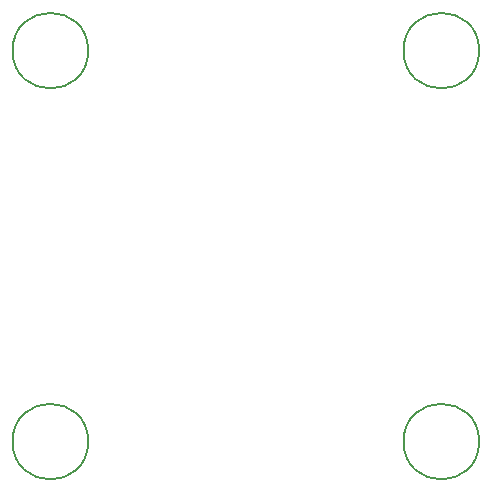
<source format=gbr>
%TF.GenerationSoftware,KiCad,Pcbnew,7.0.9*%
%TF.CreationDate,2023-12-29T11:45:24+09:00*%
%TF.ProjectId,CAT4238_Unit,43415434-3233-4385-9f55-6e69742e6b69,rev?*%
%TF.SameCoordinates,Original*%
%TF.FileFunction,Other,Comment*%
%FSLAX46Y46*%
G04 Gerber Fmt 4.6, Leading zero omitted, Abs format (unit mm)*
G04 Created by KiCad (PCBNEW 7.0.9) date 2023-12-29 11:45:24*
%MOMM*%
%LPD*%
G01*
G04 APERTURE LIST*
%ADD10C,0.150000*%
G04 APERTURE END LIST*
D10*
%TO.C,H2*%
X139050000Y-109220000D02*
G75*
G03*
X139050000Y-109220000I-3200000J0D01*
G01*
%TO.C,H1*%
X139050000Y-76120000D02*
G75*
G03*
X139050000Y-76120000I-3200000J0D01*
G01*
%TO.C,H3*%
X172150000Y-76120000D02*
G75*
G03*
X172150000Y-76120000I-3200000J0D01*
G01*
%TO.C,H4*%
X172150000Y-109220000D02*
G75*
G03*
X172150000Y-109220000I-3200000J0D01*
G01*
%TD*%
M02*

</source>
